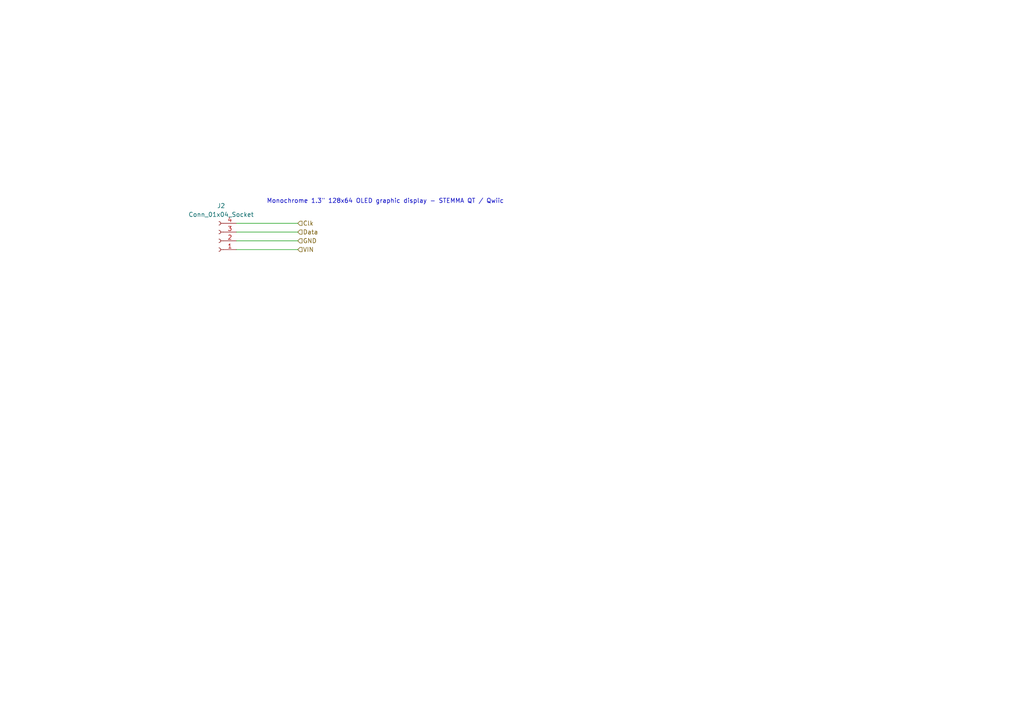
<source format=kicad_sch>
(kicad_sch (version 20231120) (generator "eeschema") (generator_version "8.0")
  (paper "A4")
  (title_block (company "Ege Turan") (comment 2 "Stanford, CA 94305") (comment 3 "Electrical Engineering Department") (comment 4 "Stanford University"))
  (lib_symbols
    (symbol "Connector:Conn_01x04_Socket" (pin_names (offset 1.016) hide)
      (property "Reference" "J" (at 0 5.08 0))
      (property "Value" "Conn_01x04_Socket" (at 0 -7.62 0))
      (symbol "Conn_01x04_Socket_1_1"
        (arc (start 0 -4.572) (mid -0.5058 -5.08) (end 0 -5.588) (stroke (width 0.1524)))
        (arc (start 0 -2.032) (mid -0.5058 -2.54) (end 0 -3.048) (stroke (width 0.1524)))
        (polyline (pts (xy -1.27 -5.08) (xy -0.508 -5.08)) (stroke (width 0.1524)))
        (polyline (pts (xy -1.27 -2.54) (xy -0.508 -2.54)) (stroke (width 0.1524)))
        (polyline (pts (xy -1.27 0) (xy -0.508 0)) (stroke (width 0.1524)))
        (polyline (pts (xy -1.27 2.54) (xy -0.508 2.54)) (stroke (width 0.1524)))
        (arc (start 0 0.508) (mid -0.5058 0) (end 0 -0.508) (stroke (width 0.1524)))
        (arc (start 0 3.048) (mid -0.5058 2.54) (end 0 2.032) (stroke (width 0.1524)))
        (pin passive line (at -5.08 2.54 0) (length 3.81) (name "Pin_1") (number "1"))
        (pin passive line (at -5.08 0 0) (length 3.81) (name "Pin_2") (number "2"))
        (pin passive line (at -5.08 -2.54 0) (length 3.81) (name "Pin_3") (number "3"))
        (pin passive line (at -5.08 -5.08 0) (length 3.81) (name "Pin_4") (number "4"))
      )
    )
  )
  (wire (pts (xy 68.58 69.85) (xy 86.36 69.85)))
  (wire (pts (xy 68.58 67.31) (xy 86.36 67.31)))
  (wire (pts (xy 68.58 64.77) (xy 86.36 64.77)))
  (wire (pts (xy 68.58 72.39) (xy 86.36 72.39)))
  (text "Monochrome 1.3\" 128x64 OLED graphic display - STEMMA QT / Qwiic" (at 111.76 58.42 0) (effects (font (size 1.27 1.27))))
  (hierarchical_label "Data" (shape input) (at 86.36 67.31 0))
  (hierarchical_label "Clk" (shape input) (at 86.36 64.77 0))
  (hierarchical_label "GND" (shape input) (at 86.36 69.85 0))
  (hierarchical_label "VIN" (shape input) (at 86.36 72.39 0))
  (symbol (lib_id "Connector:Conn_01x04_Socket") (at 63.5 69.85 180) (unit 1)
    (property "Reference" "J2" (at 64.135 59.69 0))
    (property "Value" "Conn_01x04_Socket" (at 64.135 62.23 0))
    (property "Description" "Generic connector, single row, 01x04, script generated" (effects (hide yes)))
  )
)
</source>
